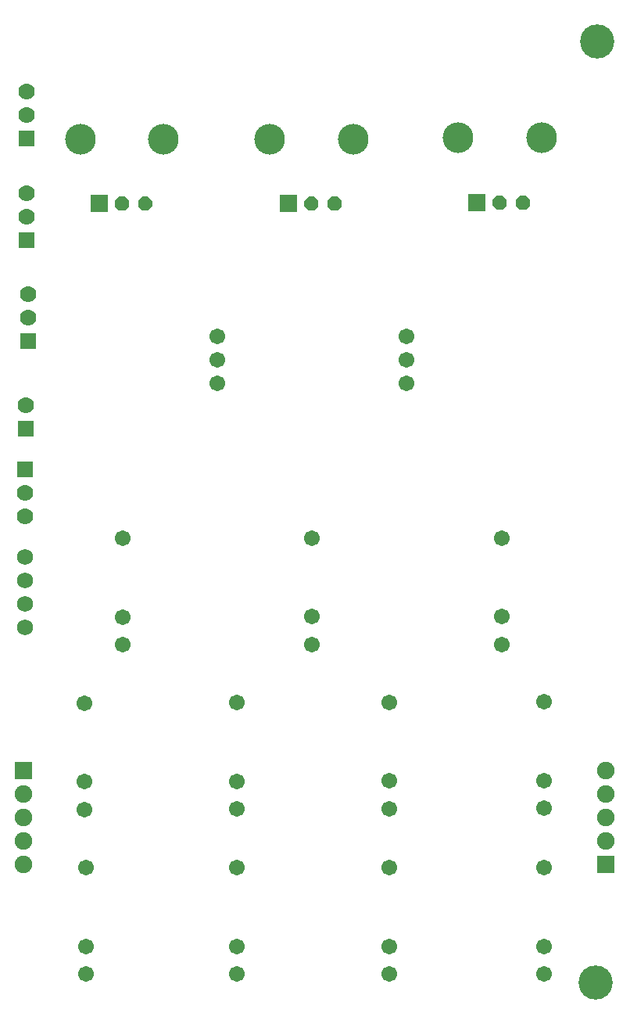
<source format=gbs>
G04 ---------------------------- Layer name :BOTTOM SOLDER LAYER*
G04 EasyEDA v5.6.10, Fri, 20 Jul 2018 15:00:38 GMT*
G04 107905ebd11d4209b34b6b689eea119d*
G04 Gerber Generator version 0.2*
G04 Scale: 100 percent, Rotated: No, Reflected: No *
G04 Dimensions in millimeters *
G04 leading zeros omitted , absolute positions ,3 integer and 3 decimal *
%FSLAX33Y33*%
%MOMM*%
G90*
G71D02*

%ADD28R,1.853184X1.853184*%
%ADD29C,3.319272*%
%ADD30C,1.711198*%
%ADD31R,1.778000X1.778000*%
%ADD32C,1.778000*%
%ADD33C,1.704340*%
%ADD34C,1.727200*%
%ADD35R,1.903197X1.903197*%
%ADD36C,1.903197*%
%ADD37C,3.703193*%

%LPD*%
G54D28*
G01X10095Y87388D03*
G36*
G01X12911Y86626D02*
G01X13357Y87072D01*
G01X13357Y87704D01*
G01X12911Y88150D01*
G01X12280Y88150D01*
G01X11833Y87704D01*
G01X11833Y87072D01*
G01X12280Y86626D01*
G01X12911Y86626D01*
G37*
G36*
G01X15411Y86626D02*
G01X15857Y87072D01*
G01X15857Y87704D01*
G01X15411Y88150D01*
G01X14779Y88150D01*
G01X14333Y87704D01*
G01X14333Y87072D01*
G01X14779Y86626D01*
G01X15411Y86626D01*
G37*
G54D29*
G01X17095Y94388D03*
G01X8095Y94388D03*
G54D28*
G01X30603Y87388D03*
G36*
G01X33419Y86626D02*
G01X33865Y87072D01*
G01X33865Y87704D01*
G01X33419Y88150D01*
G01X32787Y88150D01*
G01X32341Y87704D01*
G01X32341Y87072D01*
G01X32787Y86626D01*
G01X33419Y86626D01*
G37*
G36*
G01X35919Y86626D02*
G01X36365Y87072D01*
G01X36365Y87704D01*
G01X35919Y88150D01*
G01X35287Y88150D01*
G01X34841Y87704D01*
G01X34841Y87072D01*
G01X35287Y86626D01*
G01X35919Y86626D01*
G37*
G54D29*
G01X37603Y94388D03*
G01X28603Y94388D03*
G54D28*
G01X51009Y87490D03*
G36*
G01X53825Y86728D02*
G01X54272Y87174D01*
G01X54272Y87806D01*
G01X53825Y88252D01*
G01X53194Y88252D01*
G01X52747Y87806D01*
G01X52747Y87174D01*
G01X53194Y86728D01*
G01X53825Y86728D01*
G37*
G36*
G01X56325Y86728D02*
G01X56772Y87174D01*
G01X56772Y87806D01*
G01X56325Y88252D01*
G01X55694Y88252D01*
G01X55247Y87806D01*
G01X55247Y87174D01*
G01X55694Y86728D01*
G01X56325Y86728D01*
G37*
G54D29*
G01X58010Y94490D03*
G01X49010Y94490D03*
G54D30*
G01X22898Y72999D03*
G01X22898Y70459D03*
G01X22898Y67919D03*
G01X43398Y72999D03*
G01X43398Y70459D03*
G01X43398Y67919D03*
G54D31*
G01X2181Y63022D03*
G54D32*
G01X2181Y65562D03*
G01X2213Y99533D03*
G01X2213Y96993D03*
G54D31*
G01X2213Y94453D03*
G54D32*
G01X2265Y88484D03*
G01X2265Y85944D03*
G54D31*
G01X2265Y83404D03*
G54D32*
G01X2446Y77562D03*
G01X2446Y75022D03*
G54D31*
G01X2446Y72482D03*
G54D32*
G01X2117Y53522D03*
G01X2117Y56062D03*
G54D31*
G01X2117Y58602D03*
G54D33*
G01X12669Y51164D03*
G01X12669Y42655D03*
G01X12669Y39658D03*
G01X33162Y51182D03*
G01X33162Y42673D03*
G01X33162Y39676D03*
G01X53685Y51182D03*
G01X53685Y42673D03*
G01X53685Y39676D03*
G01X8525Y33343D03*
G01X8525Y24834D03*
G01X8525Y21837D03*
G01X25008Y33377D03*
G01X25008Y24868D03*
G01X25008Y21870D03*
G01X41523Y33427D03*
G01X41523Y24918D03*
G01X41523Y21921D03*
G01X58303Y33445D03*
G01X58303Y24936D03*
G01X58303Y21939D03*
G01X8694Y15513D03*
G01X8694Y7004D03*
G01X8694Y4007D03*
G01X25001Y15513D03*
G01X25001Y7004D03*
G01X25001Y4007D03*
G01X41513Y15513D03*
G01X41513Y7004D03*
G01X41513Y4007D03*
G01X58277Y15503D03*
G01X58277Y6994D03*
G01X58277Y3996D03*
G54D34*
G01X2048Y49139D03*
G01X2048Y46599D03*
G01X2048Y44059D03*
G01X2048Y41519D03*
G54D35*
G01X65014Y15877D03*
G54D36*
G01X65014Y18417D03*
G01X65014Y20957D03*
G01X65014Y23497D03*
G01X65014Y26037D03*
G54D35*
G01X1947Y26067D03*
G54D36*
G01X1947Y23527D03*
G01X1947Y20987D03*
G01X1947Y18447D03*
G01X1947Y15907D03*
G54D37*
G01X64075Y104961D03*
G01X63914Y3090D03*
M00*
M02*

</source>
